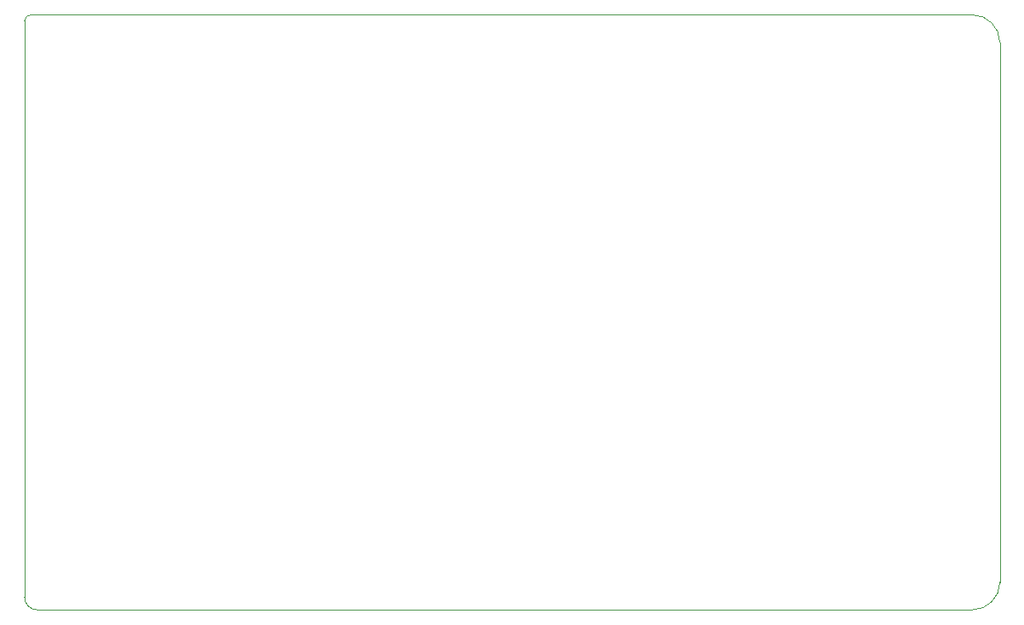
<source format=gbr>
G04 #@! TF.GenerationSoftware,KiCad,Pcbnew,5.99.0-unknown-4852a8afa1~142~ubuntu20.04.1*
G04 #@! TF.CreationDate,2021-10-18T20:21:54+02:00*
G04 #@! TF.ProjectId,chip2,63686970-322e-46b6-9963-61645f706362,1*
G04 #@! TF.SameCoordinates,Original*
G04 #@! TF.FileFunction,Profile,NP*
%FSLAX46Y46*%
G04 Gerber Fmt 4.6, Leading zero omitted, Abs format (unit mm)*
G04 Created by KiCad (PCBNEW 5.99.0-unknown-4852a8afa1~142~ubuntu20.04.1) date 2021-10-18 20:21:54*
%MOMM*%
%LPD*%
G01*
G04 APERTURE LIST*
G04 #@! TA.AperFunction,Profile*
%ADD10C,0.050000*%
G04 #@! TD*
G04 APERTURE END LIST*
D10*
X194000000Y-63750000D02*
X194000000Y-117500000D01*
X97600000Y-61000000D02*
X191250000Y-61000000D01*
X97000000Y-119000000D02*
X97000000Y-61600000D01*
X97000000Y-61600000D02*
G75*
G02*
X97600000Y-61000000I600000J0D01*
G01*
X191250000Y-120250000D02*
X98250000Y-120250000D01*
X98250000Y-120250000D02*
G75*
G02*
X97000000Y-119000000I0J1250000D01*
G01*
X191250000Y-61000000D02*
G75*
G02*
X194000000Y-63750000I0J-2750000D01*
G01*
X194000000Y-117500000D02*
G75*
G02*
X191250000Y-120250000I-2750000J0D01*
G01*
M02*

</source>
